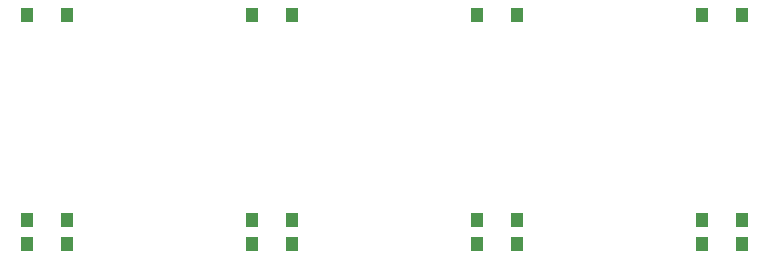
<source format=gbp>
G04 Layer: BottomPasteMaskLayer*
G04 EasyEDA v6.5.29, 2023-07-18 10:00:19*
G04 65aec9abdb6f4e73b05af1f89c23e90b,5a6b42c53f6a479593ecc07194224c93,10*
G04 Gerber Generator version 0.2*
G04 Scale: 100 percent, Rotated: No, Reflected: No *
G04 Dimensions in millimeters *
G04 leading zeros omitted , absolute positions ,4 integer and 5 decimal *
%FSLAX45Y45*%
%MOMM*%

%AMMACRO1*21,1,$1,$2,0,0,$3*%
%ADD10MACRO1,0.95X1.15X0.0000*%

%LPD*%
D10*
G01*
X4783759Y2501900D03*
G01*
X5122240Y2501900D03*
G01*
X6688759Y2501900D03*
G01*
X7027240Y2501900D03*
G01*
X4783759Y2705100D03*
G01*
X5122240Y2705100D03*
G01*
X6688759Y2705100D03*
G01*
X7027240Y2705100D03*
G01*
X6688759Y4445000D03*
G01*
X7027240Y4445000D03*
G01*
X4783759Y4445000D03*
G01*
X5122240Y4445000D03*
G01*
X973759Y4445000D03*
G01*
X1312240Y4445000D03*
G01*
X973757Y2705094D03*
G01*
X1312237Y2705094D03*
G01*
X973757Y2501894D03*
G01*
X1312237Y2501894D03*
G01*
X2878759Y4445000D03*
G01*
X3217240Y4445000D03*
G01*
X2878759Y2705100D03*
G01*
X3217240Y2705100D03*
G01*
X2878759Y2501900D03*
G01*
X3217240Y2501900D03*
M02*

</source>
